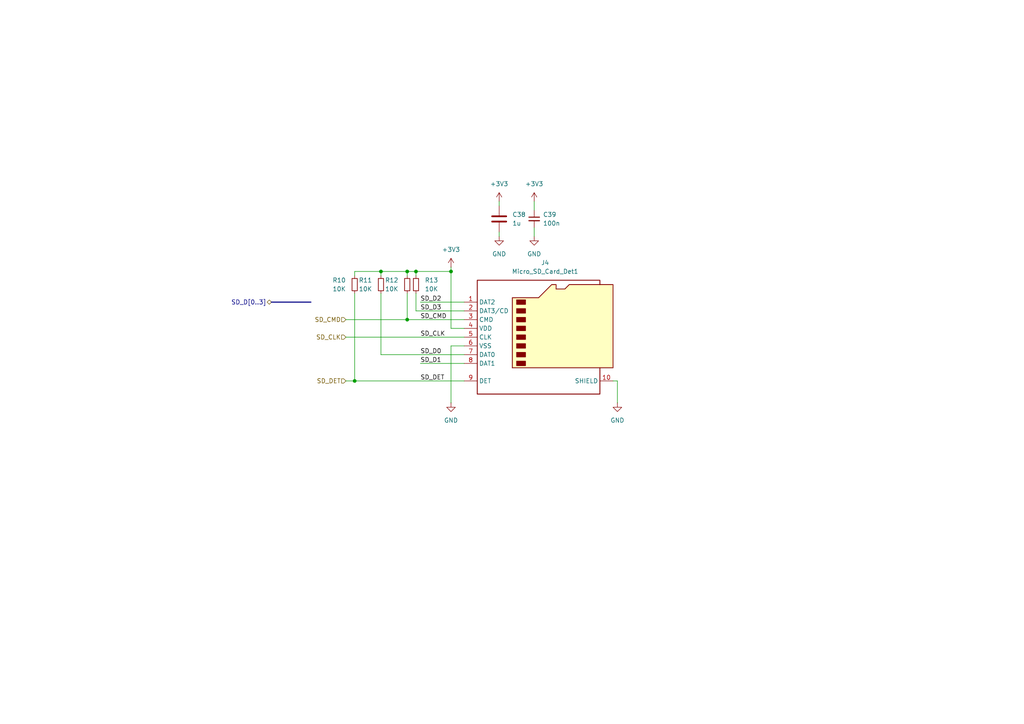
<source format=kicad_sch>
(kicad_sch (version 20250114) (generator "eeschema") (generator_version "9.0")
  (paper "A4")
  (lib_symbols
    (symbol "Connector:Micro_SD_Card_Det1"
      (property "Reference" "J" (at -16.51 17.78 0))
      (property "Value" "Micro_SD_Card_Det1" (at 16.51 17.78 0))
      (symbol "Micro_SD_Card_Det1_0_1"
        (polyline (pts (xy -8.89 -8.89) (xy -8.89 11.43) (xy -1.27 11.43) (xy 2.54 15.24) (xy 3.81 15.24) (xy 3.81 13.97) (xy 6.35 13.97) (xy 7.62 15.24) (xy 20.32 15.24) (xy 20.32 -8.89) (xy -8.89 -8.89)) (stroke (width 0.254)) (fill (type background)))
        (rectangle (start -7.62 10.795) (end -5.08 9.525) (stroke (width 0.254)) (fill (type outline)))
        (rectangle (start -7.62 8.255) (end -5.08 6.985) (stroke (width 0.254)) (fill (type outline)))
        (rectangle (start -7.62 5.715) (end -5.08 4.445) (stroke (width 0.254)) (fill (type outline)))
        (rectangle (start -7.62 3.175) (end -5.08 1.905) (stroke (width 0.254)) (fill (type outline)))
        (rectangle (start -7.62 0.635) (end -5.08 -0.635) (stroke (width 0.254)) (fill (type outline)))
        (rectangle (start -7.62 -1.905) (end -5.08 -3.175) (stroke (width 0.254)) (fill (type outline)))
        (rectangle (start -7.62 -4.445) (end -5.08 -5.715) (stroke (width 0.254)) (fill (type outline)))
        (rectangle (start -7.62 -6.985) (end -5.08 -8.255) (stroke (width 0.254)) (fill (type outline)))
        (polyline (pts (xy 16.51 15.24) (xy 16.51 16.51) (xy -19.05 16.51) (xy -19.05 -16.51) (xy 16.51 -16.51) (xy 16.51 -8.89)) (stroke (width 0.254)))
      )
      (symbol "Micro_SD_Card_Det1_1_1"
        (pin bidirectional line (at -22.86 10.16 0) (length 3.81) (name "DAT2") (number "1"))
        (pin bidirectional line (at -22.86 7.62 0) (length 3.81) (name "DAT3/CD") (number "2"))
        (pin input line (at -22.86 5.08 0) (length 3.81) (name "CMD") (number "3"))
        (pin power_in line (at -22.86 2.54 0) (length 3.81) (name "VDD") (number "4"))
        (pin input line (at -22.86 0 0) (length 3.81) (name "CLK") (number "5"))
        (pin power_in line (at -22.86 -2.54 0) (length 3.81) (name "VSS") (number "6"))
        (pin bidirectional line (at -22.86 -5.08 0) (length 3.81) (name "DAT0") (number "7"))
        (pin bidirectional line (at -22.86 -7.62 0) (length 3.81) (name "DAT1") (number "8"))
        (pin passive line (at -22.86 -12.7 0) (length 3.81) (name "DET") (number "9"))
        (pin passive line (at 20.32 -12.7 180) (length 3.81) (name "SHIELD") (number "10"))
      )
    )
    (symbol "Device:C" (pin_numbers (hide yes)) (pin_names (offset 0.254))
      (property "Reference" "C" (at 0.635 2.54 0))
      (property "Value" "C" (at 0.635 -2.54 0))
      (symbol "C_0_1"
        (polyline (pts (xy -2.032 0.762) (xy 2.032 0.762)) (stroke (width 0.508)))
        (polyline (pts (xy -2.032 -0.762) (xy 2.032 -0.762)) (stroke (width 0.508)))
      )
      (symbol "C_1_1"
        (pin passive line (at 0 3.81 270) (length 2.794) (name "~") (number "1"))
        (pin passive line (at 0 -3.81 90) (length 2.794) (name "~") (number "2"))
      )
    )
    (symbol "Device:C_Small" (pin_numbers (hide yes)) (pin_names (offset 0.254) (hide yes))
      (property "Reference" "C" (at 0.254 1.778 0))
      (property "Value" "C_Small" (at 0.254 -2.032 0))
      (symbol "C_Small_0_1"
        (polyline (pts (xy -1.524 0.508) (xy 1.524 0.508)) (stroke (width 0.3048)))
        (polyline (pts (xy -1.524 -0.508) (xy 1.524 -0.508)) (stroke (width 0.3302)))
      )
      (symbol "C_Small_1_1"
        (pin passive line (at 0 2.54 270) (length 2.032) (name "~") (number "1"))
        (pin passive line (at 0 -2.54 90) (length 2.032) (name "~") (number "2"))
      )
    )
    (symbol "Device:R_Small" (pin_numbers (hide yes)) (pin_names (offset 0.254) (hide yes))
      (property "Reference" "R" (at 0.762 0.508 0))
      (property "Value" "R_Small" (at 0.762 -1.016 0))
      (symbol "R_Small_0_1"
        (rectangle (start -0.762 1.778) (end 0.762 -1.778) (stroke (width 0.2032)))
      )
      (symbol "R_Small_1_1"
        (pin passive line (at 0 2.54 270) (length 0.762) (name "~") (number "1"))
        (pin passive line (at 0 -2.54 90) (length 0.762) (name "~") (number "2"))
      )
    )
    (symbol "power:+3V3" (power) (pin_numbers (hide yes)) (pin_names (offset 0) (hide yes))
      (property "Value" "+3V3" (at 0 3.556 0))
      (symbol "+3V3_0_1"
        (polyline (pts (xy -0.762 1.27) (xy 0 2.54)))
        (polyline (pts (xy 0 2.54) (xy 0.762 1.27)))
        (polyline (pts (xy 0 0) (xy 0 2.54)))
      )
      (symbol "+3V3_1_1"
        (pin power_in line (at 0 0 90) (length 0) (name "~") (number "1"))
      )
    )
    (symbol "power:GND" (power) (pin_numbers (hide yes)) (pin_names (offset 0) (hide yes))
      (property "Value" "GND" (at 0 -3.81 0))
      (symbol "GND_0_1"
        (polyline (pts (xy 0 0) (xy 0 -1.27) (xy 1.27 -1.27) (xy 0 -2.54) (xy -1.27 -1.27) (xy 0 -1.27)))
      )
      (symbol "GND_1_1"
        (pin power_in line (at 0 0 270) (length 0) (name "~") (number "1"))
      )
    )
  )
  (junction (at 118.11 78.74))
  (junction (at 120.65 78.74))
  (junction (at 130.81 78.74))
  (junction (at 102.87 110.49))
  (junction (at 110.49 78.74))
  (junction (at 118.11 92.71))
  (wire (pts (xy 100.33 97.79) (xy 134.62 97.79)))
  (wire (pts (xy 177.8 110.49) (xy 179.07 110.49)))
  (wire (pts (xy 121.92 87.63) (xy 134.62 87.63)))
  (wire (pts (xy 102.87 110.49) (xy 134.62 110.49)))
  (wire (pts (xy 110.49 78.74) (xy 118.11 78.74)))
  (wire (pts (xy 121.92 105.41) (xy 134.62 105.41)))
  (wire (pts (xy 130.81 77.47) (xy 130.81 78.74)))
  (wire (pts (xy 120.65 85.09) (xy 120.65 90.17)))
  (wire (pts (xy 102.87 85.09) (xy 102.87 110.49)))
  (wire (pts (xy 102.87 80.01) (xy 102.87 78.74)))
  (wire (pts (xy 100.33 92.71) (xy 118.11 92.71)))
  (wire (pts (xy 120.65 78.74) (xy 120.65 80.01)))
  (wire (pts (xy 118.11 78.74) (xy 118.11 80.01)))
  (wire (pts (xy 100.33 110.49) (xy 102.87 110.49)))
  (wire (pts (xy 179.07 110.49) (xy 179.07 116.84)))
  (wire (pts (xy 118.11 92.71) (xy 134.62 92.71)))
  (wire (pts (xy 120.65 78.74) (xy 130.81 78.74)))
  (wire (pts (xy 130.81 100.33) (xy 130.81 116.84)))
  (wire (pts (xy 144.78 68.58) (xy 144.78 67.31)))
  (wire (pts (xy 118.11 85.09) (xy 118.11 92.71)))
  (wire (pts (xy 154.94 58.42) (xy 154.94 60.96)))
  (bus (pts (xy 78.74 87.63) (xy 90.17 87.63)))
  (wire (pts (xy 134.62 100.33) (xy 130.81 100.33)))
  (wire (pts (xy 102.87 78.74) (xy 110.49 78.74)))
  (wire (pts (xy 130.81 95.25) (xy 134.62 95.25)))
  (wire (pts (xy 118.11 78.74) (xy 120.65 78.74)))
  (wire (pts (xy 120.65 90.17) (xy 134.62 90.17)))
  (wire (pts (xy 144.78 58.42) (xy 144.78 59.69)))
  (wire (pts (xy 110.49 102.87) (xy 134.62 102.87)))
  (wire (pts (xy 110.49 80.01) (xy 110.49 78.74)))
  (wire (pts (xy 154.94 68.58) (xy 154.94 66.04)))
  (wire (pts (xy 130.81 78.74) (xy 130.81 95.25)))
  (wire (pts (xy 110.49 85.09) (xy 110.49 102.87)))
  (label "SD_D2" (at 121.92 87.63 0))
  (label "SD_D3" (at 121.92 90.17 0))
  (label "SD_CLK" (at 121.92 97.79 0))
  (label "SD_CMD" (at 121.92 92.71 0))
  (label "SD_D0" (at 121.92 102.87 0))
  (label "SD_D1" (at 121.92 105.41 0))
  (label "SD_DET" (at 121.92 110.49 0))
  (hierarchical_label "SD_DET" (shape input) (at 100.33 110.49 180))
  (hierarchical_label "SD_D[0..3]" (shape bidirectional) (at 78.74 87.63 180))
  (hierarchical_label "SD_CLK" (shape input) (at 100.33 97.79 180))
  (hierarchical_label "SD_CMD" (shape input) (at 100.33 92.71 180))
  (symbol (lib_id "power:GND") (at 179.07 116.84 0) (unit 1)
    (property "Reference" "#PWR067" (effects (hide yes)))
    (property "Value" "GND" (at 179.07 121.92 0))
    (property "Description" "Power symbol creates a global label with name \"GND\" , ground" (effects (hide yes)))
  )
  (symbol (lib_id "Device:C") (at 144.78 63.5 0) (unit 1)
    (property "Reference" "C38" (at 148.59 62.2299 0) (effects (justify left)))
    (property "Value" "1u" (at 148.59 64.7699 0) (effects (justify left)))
    (property "Footprint" "Capacitor_SMD:C_0603_1608Metric" (effects (hide yes)))
    (property "Description" "Unpolarized capacitor" (effects (hide yes)))
    (property "JLCPCB Part #" "C15849" (effects (hide yes)))
  )
  (symbol (lib_id "power:GND") (at 130.81 116.84 0) (unit 1)
    (property "Reference" "#PWR062" (effects (hide yes)))
    (property "Value" "GND" (at 130.81 121.92 0))
    (property "Description" "Power symbol creates a global label with name \"GND\" , ground" (effects (hide yes)))
  )
  (symbol (lib_id "power:+3V3") (at 144.78 58.42 0) (unit 1)
    (property "Reference" "#PWR063" (effects (hide yes)))
    (property "Value" "+3V3" (at 144.78 53.34 0))
    (property "Description" "Power symbol creates a global label with name \"+3V3\"" (effects (hide yes)))
  )
  (symbol (lib_id "Device:R_Small") (at 120.65 82.55 0) (unit 1)
    (property "Reference" "R13" (at 123.19 81.2799 0) (effects (justify left)))
    (property "Value" "10K" (at 123.19 83.8199 0) (effects (justify left)))
    (property "Footprint" "Resistor_SMD:R_0402_1005Metric" (effects (hide yes)))
    (property "Description" "Resistor, small symbol" (effects (hide yes)))
    (property "JLCPCB Part #" "C25744" (effects (hide yes)))
  )
  (symbol (lib_id "power:GND") (at 154.94 68.58 0) (unit 1)
    (property "Reference" "#PWR066" (effects (hide yes)))
    (property "Value" "GND" (at 154.94 73.66 0))
    (property "Description" "Power symbol creates a global label with name \"GND\" , ground" (effects (hide yes)))
  )
  (symbol (lib_id "power:GND") (at 144.78 68.58 0) (unit 1)
    (property "Reference" "#PWR064" (effects (hide yes)))
    (property "Value" "GND" (at 144.78 73.66 0))
    (property "Description" "Power symbol creates a global label with name \"GND\" , ground" (effects (hide yes)))
  )
  (symbol (lib_id "power:+3V3") (at 154.94 58.42 0) (unit 1)
    (property "Reference" "#PWR065" (effects (hide yes)))
    (property "Value" "+3V3" (at 154.94 53.34 0))
    (property "Description" "Power symbol creates a global label with name \"+3V3\"" (effects (hide yes)))
  )
  (symbol (lib_id "Device:R_Small") (at 110.49 82.55 0) (mirror y) (unit 1)
    (property "Reference" "R11" (at 107.95 81.2799 0) (effects (justify left)))
    (property "Value" "10K" (at 107.95 83.8199 0) (effects (justify left)))
    (property "Footprint" "Resistor_SMD:R_0402_1005Metric" (effects (hide yes)))
    (property "Description" "Resistor, small symbol" (effects (hide yes)))
    (property "JLCPCB Part #" "C25744" (effects (hide yes)))
  )
  (symbol (lib_id "Device:C_Small") (at 154.94 63.5 0) (unit 1)
    (property "Reference" "C39" (at 157.48 62.2362 0) (effects (justify left)))
    (property "Value" "100n" (at 157.48 64.7762 0) (effects (justify left)))
    (property "Footprint" "Capacitor_SMD:C_0402_1005Metric" (effects (hide yes)))
    (property "Description" "Unpolarized capacitor, small symbol" (effects (hide yes)))
    (property "JLCPCB Part #" "C307331" (effects (hide yes)))
  )
  (symbol (lib_id "Device:R_Small") (at 102.87 82.55 0) (mirror y) (unit 1)
    (property "Reference" "R10" (at 100.33 81.2799 0) (effects (justify left)))
    (property "Value" "10K" (at 100.33 83.8199 0) (effects (justify left)))
    (property "Footprint" "Resistor_SMD:R_0402_1005Metric" (effects (hide yes)))
    (property "Description" "Resistor, small symbol" (effects (hide yes)))
    (property "JLCPCB Part #" "C25744" (effects (hide yes)))
  )
  (symbol (lib_id "Device:R_Small") (at 118.11 82.55 0) (mirror y) (unit 1)
    (property "Reference" "R12" (at 115.57 81.2799 0) (effects (justify left)))
    (property "Value" "10K" (at 115.57 83.8199 0) (effects (justify left)))
    (property "Footprint" "Resistor_SMD:R_0402_1005Metric" (effects (hide yes)))
    (property "Description" "Resistor, small symbol" (effects (hide yes)))
    (property "JLCPCB Part #" "C25744" (effects (hide yes)))
  )
  (symbol (lib_id "power:+3V3") (at 130.81 77.47 0) (unit 1)
    (property "Reference" "#PWR061" (effects (hide yes)))
    (property "Value" "+3V3" (at 130.81 72.39 0))
    (property "Description" "Power symbol creates a global label with name \"+3V3\"" (effects (hide yes)))
  )
  (symbol (lib_id "Connector:Micro_SD_Card_Det1") (at 157.48 97.79 0) (unit 1)
    (property "Reference" "J4" (at 158.115 76.2 0))
    (property "Value" "Micro_SD_Card_Det1" (at 158.115 78.74 0))
    (property "Footprint" "TF-115:SD-TF-115" (effects (hide yes)))
    (property "Datasheet" "https://datasheet.lcsc.com/lcsc/2110151630_XKB-Connectivity-XKTF-015-N_C381082.pdf" (effects (hide yes)))
    (property "Description" "Micro SD Card Socket with one card detection pin" (effects (hide yes)))
    (property "JLCPCB Part #" "C266621" (effects (hide yes)))
  )
)
</source>
